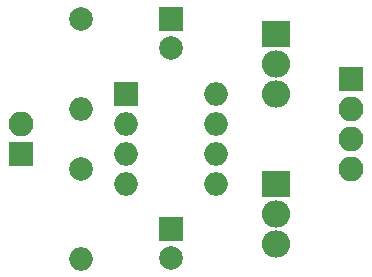
<source format=gbr>
G04 #@! TF.GenerationSoftware,KiCad,Pcbnew,5.0.0-fee4fd1~66~ubuntu18.04.1*
G04 #@! TF.CreationDate,2018-09-29T14:40:01+02:00*
G04 #@! TF.ProjectId,pwrsupply,707772737570706C792E6B696361645F,rev?*
G04 #@! TF.SameCoordinates,PX542d128PY52f7038*
G04 #@! TF.FileFunction,Soldermask,Top*
G04 #@! TF.FilePolarity,Negative*
%FSLAX46Y46*%
G04 Gerber Fmt 4.6, Leading zero omitted, Abs format (unit mm)*
G04 Created by KiCad (PCBNEW 5.0.0-fee4fd1~66~ubuntu18.04.1) date Sat Sep 29 14:40:01 2018*
%MOMM*%
%LPD*%
G01*
G04 APERTURE LIST*
%ADD10R,2.000000X2.000000*%
%ADD11C,2.000000*%
%ADD12O,2.000000X2.000000*%
%ADD13R,2.400000X2.305000*%
%ADD14O,2.400000X2.305000*%
%ADD15R,2.100000X2.100000*%
%ADD16O,2.100000X2.100000*%
G04 APERTURE END LIST*
D10*
G04 #@! TO.C,C1*
X14605000Y22225000D03*
D11*
X14605000Y19725000D03*
G04 #@! TD*
G04 #@! TO.C,C2*
X14605000Y1945000D03*
D10*
X14605000Y4445000D03*
G04 #@! TD*
D11*
G04 #@! TO.C,R1*
X6985000Y22225000D03*
D12*
X6985000Y14605000D03*
G04 #@! TD*
G04 #@! TO.C,R2*
X6985000Y1905000D03*
D11*
X6985000Y9525000D03*
G04 #@! TD*
D10*
G04 #@! TO.C,U1*
X10795000Y15875000D03*
D12*
X18415000Y8255000D03*
X10795000Y13335000D03*
X18415000Y10795000D03*
X10795000Y10795000D03*
X18415000Y13335000D03*
X10795000Y8255000D03*
X18415000Y15875000D03*
G04 #@! TD*
D13*
G04 #@! TO.C,U2*
X23495000Y20955000D03*
D14*
X23495000Y18415000D03*
X23495000Y15875000D03*
G04 #@! TD*
G04 #@! TO.C,U3*
X23495000Y3175000D03*
X23495000Y5715000D03*
D13*
X23495000Y8255000D03*
G04 #@! TD*
D15*
G04 #@! TO.C,J1*
X1905000Y10795000D03*
D16*
X1905000Y13335000D03*
G04 #@! TD*
D15*
G04 #@! TO.C,J2*
X29845000Y17145000D03*
D16*
X29845000Y14605000D03*
X29845000Y12065000D03*
X29845000Y9525000D03*
G04 #@! TD*
M02*

</source>
